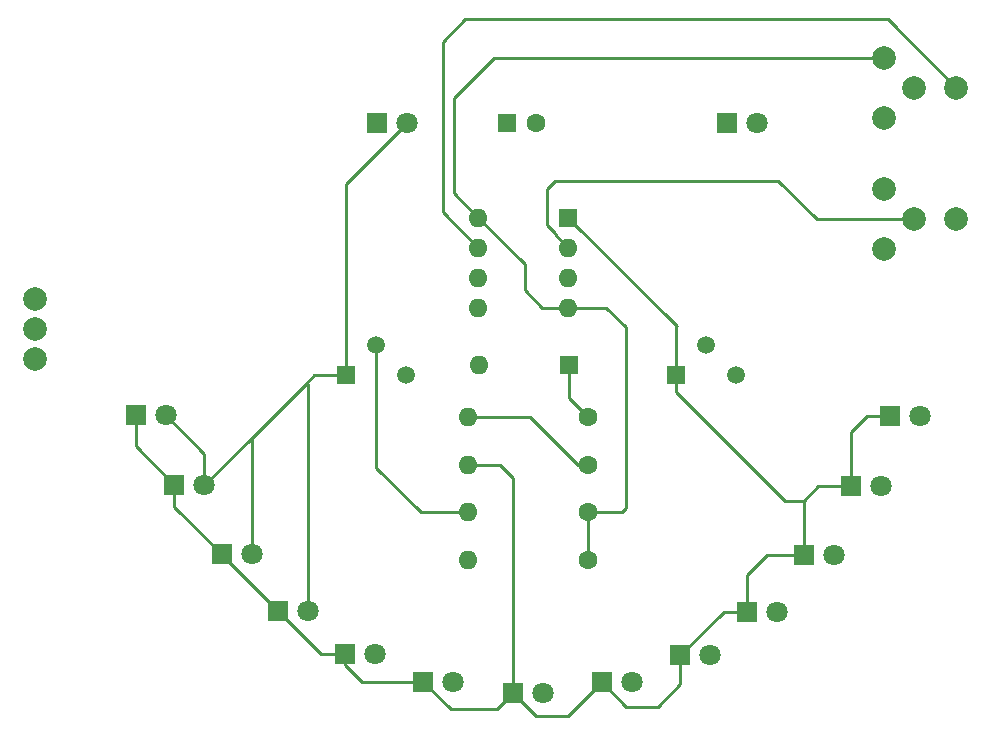
<source format=gbr>
%TF.GenerationSoftware,KiCad,Pcbnew,7.0.8*%
%TF.CreationDate,2024-04-06T10:04:34+02:00*%
%TF.ProjectId,Smiley,536d696c-6579-42e6-9b69-6361645f7063,rev?*%
%TF.SameCoordinates,Original*%
%TF.FileFunction,Copper,L1,Top*%
%TF.FilePolarity,Positive*%
%FSLAX46Y46*%
G04 Gerber Fmt 4.6, Leading zero omitted, Abs format (unit mm)*
G04 Created by KiCad (PCBNEW 7.0.8) date 2024-04-06 10:04:34*
%MOMM*%
%LPD*%
G01*
G04 APERTURE LIST*
%TA.AperFunction,ComponentPad*%
%ADD10R,1.800000X1.800000*%
%TD*%
%TA.AperFunction,ComponentPad*%
%ADD11C,1.800000*%
%TD*%
%TA.AperFunction,ComponentPad*%
%ADD12R,1.600000X1.600000*%
%TD*%
%TA.AperFunction,ComponentPad*%
%ADD13O,1.600000X1.600000*%
%TD*%
%TA.AperFunction,ComponentPad*%
%ADD14R,1.500000X1.500000*%
%TD*%
%TA.AperFunction,ComponentPad*%
%ADD15C,1.500000*%
%TD*%
%TA.AperFunction,ComponentPad*%
%ADD16C,2.000000*%
%TD*%
%TA.AperFunction,ComponentPad*%
%ADD17C,1.600000*%
%TD*%
%TA.AperFunction,Conductor*%
%ADD18C,0.250000*%
%TD*%
G04 APERTURE END LIST*
D10*
%TO.P,REF\u002A\u002A,1*%
%TO.N,Net-(D1-K)*%
X111380000Y-75670000D03*
D11*
%TO.P,REF\u002A\u002A,2*%
%TO.N,Net-(D1-A)*%
X113920000Y-75670000D03*
%TD*%
D12*
%TO.P,U1,1,GND*%
%TO.N,Net-(D1-K)*%
X84100000Y-58900000D03*
D13*
%TO.P,U1,2,TR*%
%TO.N,Net-(D3-K)*%
X84100000Y-61440000D03*
%TO.P,U1,3,Q*%
%TO.N,unconnected-(U1-Q-Pad3)*%
X84100000Y-63980000D03*
%TO.P,U1,4,R*%
%TO.N,Net-(S1-E)*%
X84100000Y-66520000D03*
%TO.P,U1,5,CV*%
%TO.N,unconnected-(U1-CV-Pad5)*%
X76480000Y-66520000D03*
%TO.P,U1,6,THR*%
%TO.N,Net-(D3-K)*%
X76480000Y-63980000D03*
%TO.P,U1,7,DIS*%
%TO.N,Net-(D3-A)*%
X76480000Y-61440000D03*
%TO.P,U1,8,VCC*%
%TO.N,Net-(S1-E)*%
X76480000Y-58900000D03*
%TD*%
D14*
%TO.P,T2,1,E*%
%TO.N,Net-(D1-A)*%
X65320000Y-72260000D03*
D15*
%TO.P,T2,2,B*%
%TO.N,Net-(T1-C)*%
X67860000Y-69720000D03*
%TO.P,T2,3,C*%
%TO.N,Net-(T2-C)*%
X70400000Y-72260000D03*
%TD*%
%TO.P,T1,3,C*%
%TO.N,Net-(T1-C)*%
X98320000Y-72260000D03*
%TO.P,T1,2,B*%
%TO.N,Net-(T1-B)*%
X95780000Y-69720000D03*
D14*
%TO.P,T1,1,E*%
%TO.N,Net-(D1-K)*%
X93240000Y-72260000D03*
%TD*%
D16*
%TO.P,S1,1,A*%
%TO.N,Net-(S1-A-Pad1)*%
X38990000Y-65810000D03*
%TO.P,S1,2,E*%
%TO.N,Net-(S1-E)*%
X38990000Y-68350000D03*
%TO.P,S1,3,A*%
%TO.N,unconnected-(S1-A-Pad3)*%
X38990000Y-70890000D03*
%TD*%
D13*
%TO.P,R6,2*%
%TO.N,Net-(T2-C)*%
X75620000Y-87910000D03*
D17*
%TO.P,R6,1*%
%TO.N,Net-(S1-E)*%
X85780000Y-87910000D03*
%TD*%
%TO.P,R5,1*%
%TO.N,Net-(S1-E)*%
X85780000Y-83860000D03*
D13*
%TO.P,R5,2*%
%TO.N,Net-(T1-C)*%
X75620000Y-83860000D03*
%TD*%
D17*
%TO.P,R4,1*%
%TO.N,Net-(T1-B)*%
X85780000Y-79810000D03*
D13*
%TO.P,R4,2*%
%TO.N,Net-(D1-K)*%
X75620000Y-79810000D03*
%TD*%
D17*
%TO.P,R3,1*%
%TO.N,Net-(D3-K)*%
X85780000Y-75760000D03*
D13*
%TO.P,R3,2*%
%TO.N,Net-(T1-B)*%
X75620000Y-75760000D03*
%TD*%
D16*
%TO.P,P2,1,1*%
%TO.N,Net-(D3-A)*%
X110840000Y-56500000D03*
%TO.P,P2,2,2*%
%TO.N,unconnected-(P2-Pad2)*%
X110840000Y-61580000D03*
%TO.P,P2,3,3*%
%TO.N,Net-(D3-K)*%
X116936000Y-59040000D03*
X113380000Y-59040000D03*
%TD*%
%TO.P,P1,1,1*%
%TO.N,Net-(S1-E)*%
X110864000Y-45380000D03*
%TO.P,P1,2,2*%
%TO.N,unconnected-(P1-Pad2)*%
X110864000Y-50460000D03*
%TO.P,P1,3,3*%
%TO.N,Net-(D3-A)*%
X116960000Y-47920000D03*
X113404000Y-47920000D03*
%TD*%
D10*
%TO.P,D15,1,K*%
%TO.N,Net-(D1-K)*%
X108050000Y-81620000D03*
D11*
%TO.P,D15,2,A*%
%TO.N,Net-(D1-A)*%
X110590000Y-81620000D03*
%TD*%
D10*
%TO.P,D14,1,K*%
%TO.N,Net-(D1-K)*%
X104020000Y-87430000D03*
D11*
%TO.P,D14,2,A*%
%TO.N,Net-(D1-A)*%
X106560000Y-87430000D03*
%TD*%
D10*
%TO.P,D13,1,K*%
%TO.N,Net-(D1-K)*%
X99255000Y-92260000D03*
D11*
%TO.P,D13,2,A*%
%TO.N,Net-(D1-A)*%
X101795000Y-92260000D03*
%TD*%
D10*
%TO.P,D12,1,K*%
%TO.N,Net-(D1-K)*%
X93600000Y-95910000D03*
D11*
%TO.P,D12,2,A*%
%TO.N,Net-(D1-A)*%
X96140000Y-95910000D03*
%TD*%
D10*
%TO.P,D11,1,K*%
%TO.N,Net-(D1-K)*%
X86960000Y-98240000D03*
D11*
%TO.P,D11,2,A*%
%TO.N,Net-(D1-A)*%
X89500000Y-98240000D03*
%TD*%
D10*
%TO.P,D10,1,K*%
%TO.N,Net-(D1-K)*%
X79440000Y-99140000D03*
D11*
%TO.P,D10,2,A*%
%TO.N,Net-(D1-A)*%
X81980000Y-99140000D03*
%TD*%
D10*
%TO.P,D9,1,K*%
%TO.N,Net-(D1-K)*%
X71830000Y-98190000D03*
D11*
%TO.P,D9,2,A*%
%TO.N,Net-(D1-A)*%
X74370000Y-98190000D03*
%TD*%
D10*
%TO.P,D8,1,K*%
%TO.N,Net-(D1-K)*%
X65210000Y-95850000D03*
D11*
%TO.P,D8,2,A*%
%TO.N,Net-(D1-A)*%
X67750000Y-95850000D03*
%TD*%
%TO.P,D7,2,A*%
%TO.N,Net-(D1-A)*%
X62090000Y-92230000D03*
D10*
%TO.P,D7,1,K*%
%TO.N,Net-(D1-K)*%
X59550000Y-92230000D03*
%TD*%
%TO.P,D6,1,K*%
%TO.N,Net-(D1-K)*%
X54765000Y-87380000D03*
D11*
%TO.P,D6,2,A*%
%TO.N,Net-(D1-A)*%
X57305000Y-87380000D03*
%TD*%
D10*
%TO.P,D5,1,K*%
%TO.N,Net-(D1-K)*%
X50760000Y-81560000D03*
D11*
%TO.P,D5,2,A*%
%TO.N,Net-(D1-A)*%
X53300000Y-81560000D03*
%TD*%
D10*
%TO.P,D4,1,K*%
%TO.N,Net-(D1-K)*%
X47480000Y-75630000D03*
D11*
%TO.P,D4,2,A*%
%TO.N,Net-(D1-A)*%
X50020000Y-75630000D03*
%TD*%
D12*
%TO.P,D3,1,K*%
%TO.N,Net-(D3-K)*%
X84200000Y-71420000D03*
D13*
%TO.P,D3,2,A*%
%TO.N,Net-(D3-A)*%
X76580000Y-71420000D03*
%TD*%
D11*
%TO.P,D2,2,A*%
%TO.N,Net-(D1-A)*%
X100090000Y-50930000D03*
D10*
%TO.P,D2,1,K*%
%TO.N,Net-(D1-K)*%
X97550000Y-50930000D03*
%TD*%
D11*
%TO.P,D1,2,A*%
%TO.N,Net-(D1-A)*%
X70445000Y-50890000D03*
D10*
%TO.P,D1,1,K*%
%TO.N,Net-(D1-K)*%
X67905000Y-50890000D03*
%TD*%
D12*
%TO.P,C1,1*%
%TO.N,Net-(D3-K)*%
X78900000Y-50900000D03*
D17*
%TO.P,C1,2*%
%TO.N,Net-(D1-K)*%
X81400000Y-50900000D03*
%TD*%
D18*
%TO.N,Net-(D3-A)*%
X111140000Y-42100000D02*
X116960000Y-47920000D01*
X73500000Y-44000000D02*
X75400000Y-42100000D01*
X76480000Y-61440000D02*
X73500000Y-58460000D01*
X73500000Y-58460000D02*
X73500000Y-44000000D01*
X75400000Y-42100000D02*
X111140000Y-42100000D01*
%TO.N,Net-(S1-E)*%
X74400000Y-48800000D02*
X74400000Y-56820000D01*
X77820000Y-45380000D02*
X74400000Y-48800000D01*
X74400000Y-56820000D02*
X76480000Y-58900000D01*
X110864000Y-45380000D02*
X77820000Y-45380000D01*
%TO.N,Net-(D3-K)*%
X105140000Y-59040000D02*
X113380000Y-59040000D01*
X101900000Y-55800000D02*
X105140000Y-59040000D01*
X83000000Y-55800000D02*
X101900000Y-55800000D01*
X82300000Y-56500000D02*
X83000000Y-55800000D01*
X82300000Y-59500000D02*
X82300000Y-56500000D01*
X82975000Y-60175000D02*
X82300000Y-59500000D01*
X82975000Y-60315000D02*
X82975000Y-60175000D01*
X84100000Y-61440000D02*
X82975000Y-60315000D01*
%TO.N,Net-(D1-K)*%
X93240000Y-68160000D02*
X93240000Y-72260000D01*
X84100000Y-58900000D02*
X93300000Y-68100000D01*
X93300000Y-68100000D02*
X93240000Y-68160000D01*
X93240000Y-73640000D02*
X102480000Y-82880000D01*
X102480000Y-82880000D02*
X104020000Y-82880000D01*
X93240000Y-72260000D02*
X93240000Y-73640000D01*
%TO.N,Net-(S1-E)*%
X87320000Y-66520000D02*
X84100000Y-66520000D01*
X89000000Y-68200000D02*
X87320000Y-66520000D01*
X89000000Y-83500000D02*
X89000000Y-68200000D01*
X88640000Y-83860000D02*
X89000000Y-83500000D01*
X85780000Y-83860000D02*
X88640000Y-83860000D01*
%TO.N,Net-(D3-K)*%
X84200000Y-74180000D02*
X85780000Y-75760000D01*
X84200000Y-71420000D02*
X84200000Y-74180000D01*
%TO.N,Net-(S1-E)*%
X85780000Y-87910000D02*
X85780000Y-83860000D01*
%TO.N,Net-(T1-B)*%
X84910000Y-79810000D02*
X80860000Y-75760000D01*
X85780000Y-79810000D02*
X84910000Y-79810000D01*
X80860000Y-75760000D02*
X75620000Y-75760000D01*
%TO.N,Net-(D1-K)*%
X78310000Y-79810000D02*
X75620000Y-79810000D01*
X79440000Y-80940000D02*
X78310000Y-79810000D01*
X79440000Y-99140000D02*
X79440000Y-80940000D01*
%TO.N,Net-(T1-C)*%
X71660000Y-83860000D02*
X75620000Y-83860000D01*
X67860000Y-80060000D02*
X71660000Y-83860000D01*
X67860000Y-69720000D02*
X67860000Y-80060000D01*
%TO.N,Net-(D1-K)*%
X109430000Y-75670000D02*
X111380000Y-75670000D01*
X108050000Y-77050000D02*
X109430000Y-75670000D01*
X108050000Y-81620000D02*
X108050000Y-77050000D01*
X104020000Y-82880000D02*
X105280000Y-81620000D01*
X104020000Y-87430000D02*
X104020000Y-82880000D01*
X105280000Y-81620000D02*
X108050000Y-81620000D01*
X99255000Y-89145000D02*
X100970000Y-87430000D01*
X99255000Y-92260000D02*
X99255000Y-89145000D01*
X100970000Y-87430000D02*
X104020000Y-87430000D01*
X97250000Y-92260000D02*
X99255000Y-92260000D01*
X93600000Y-95910000D02*
X97250000Y-92260000D01*
X89020000Y-100300000D02*
X86960000Y-98240000D01*
X93600000Y-98400000D02*
X91700000Y-100300000D01*
X93600000Y-95910000D02*
X93600000Y-98400000D01*
X91700000Y-100300000D02*
X89020000Y-100300000D01*
X84100000Y-101100000D02*
X81400000Y-101100000D01*
X81400000Y-101100000D02*
X79440000Y-99140000D01*
X86960000Y-98240000D02*
X84100000Y-101100000D01*
X78080000Y-100500000D02*
X79440000Y-99140000D01*
X74140000Y-100500000D02*
X78080000Y-100500000D01*
X71830000Y-98190000D02*
X74140000Y-100500000D01*
X66650000Y-98190000D02*
X71830000Y-98190000D01*
X65210000Y-96750000D02*
X66650000Y-98190000D01*
X65210000Y-95850000D02*
X65210000Y-96750000D01*
X63170000Y-95850000D02*
X65210000Y-95850000D01*
X59550000Y-92230000D02*
X63170000Y-95850000D01*
X54765000Y-87445000D02*
X59550000Y-92230000D01*
X54765000Y-87380000D02*
X54765000Y-87445000D01*
X50760000Y-83375000D02*
X54765000Y-87380000D01*
X50760000Y-81560000D02*
X50760000Y-83375000D01*
X47480000Y-78280000D02*
X50760000Y-81560000D01*
X47480000Y-75630000D02*
X47480000Y-78280000D01*
%TO.N,Net-(D1-A)*%
X62090000Y-92230000D02*
X62090000Y-72990000D01*
X61980000Y-72880000D02*
X57380000Y-77480000D01*
X62600000Y-72260000D02*
X61980000Y-72880000D01*
X62090000Y-72990000D02*
X61980000Y-72880000D01*
X57305000Y-77555000D02*
X57380000Y-77480000D01*
X57380000Y-77480000D02*
X53300000Y-81560000D01*
X57305000Y-87380000D02*
X57305000Y-77555000D01*
X53300000Y-78910000D02*
X53300000Y-81560000D01*
X50020000Y-75630000D02*
X53300000Y-78910000D01*
X65320000Y-72260000D02*
X62600000Y-72260000D01*
X65320000Y-56015000D02*
X65320000Y-72260000D01*
X70445000Y-50890000D02*
X65320000Y-56015000D01*
%TO.N,Net-(S1-E)*%
X80400000Y-62820000D02*
X80400000Y-65000000D01*
X80400000Y-65000000D02*
X81920000Y-66520000D01*
X76480000Y-58900000D02*
X80400000Y-62820000D01*
X81920000Y-66520000D02*
X84100000Y-66520000D01*
%TD*%
M02*

</source>
